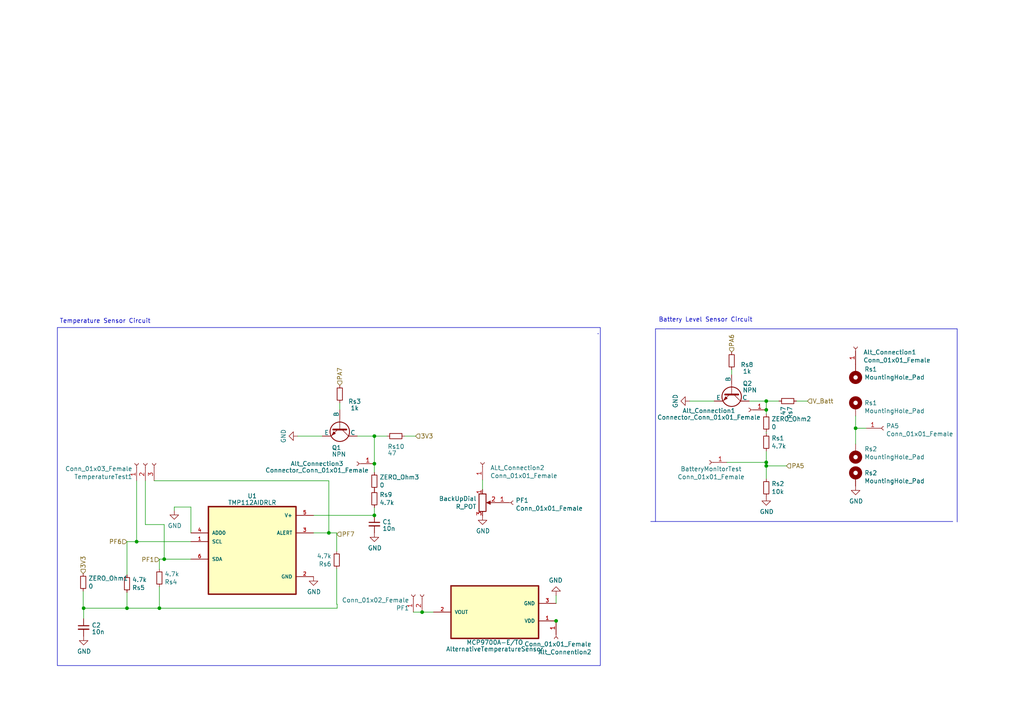
<source format=kicad_sch>
(kicad_sch (version 20230121) (generator eeschema)
  (paper "A4")
  (title_block (title "EEE3088F Sensor Subsystem ") (date "2023-03-18") (rev "V3") (company "University of Cape Town") (comment 1 "Group 11") (comment 2 "Zinzile Mabizela") (comment 3 "MBZZIN003"))
  (lib_symbols
    (symbol "Device:C_Small" (pin_numbers hide) (pin_names (offset 0.254) hide)
      (property "Reference" "C" (at 0.254 1.778 0))
      (property "Value" "C_Small" (at 0.254 -2.032 0))
      (symbol "C_Small_0_1"
        (polyline (pts (xy -1.524 -0.508) (xy 1.524 -0.508)) (stroke (width 0.3302)))
        (polyline (pts (xy -1.524 0.508) (xy 1.524 0.508)) (stroke (width 0.3048)))
      )
      (symbol "C_Small_1_1"
        (pin passive line (at 0 2.54 270) (length 2.032) (name "~") (number "1"))
        (pin passive line (at 0 -2.54 90) (length 2.032) (name "~") (number "2"))
      )
    )
    (symbol "Device:R_Small" (pin_numbers hide) (pin_names (offset 0.254) hide)
      (property "Reference" "R" (at 0.762 0.508 0))
      (property "Value" "R_Small" (at 0.762 -1.016 0))
      (symbol "R_Small_0_1"
        (rectangle (start -0.762 1.778) (end 0.762 -1.778) (stroke (width 0.2032)))
      )
      (symbol "R_Small_1_1"
        (pin passive line (at 0 2.54 270) (length 0.762) (name "~") (number "1"))
        (pin passive line (at 0 -2.54 90) (length 0.762) (name "~") (number "2"))
      )
    )
    (symbol "MCP9700A-E_TO:MCP9700A-E{slash}TO" (pin_names (offset 1.016))
      (property "Reference" "Q" (at -4.5732 6.2755 0))
      (property "Value" "MCP9700A-E{slash}TO" (at -5.2342 -12.7551 0))
      (symbol "MCP9700A-E{slash}TO_0_0"
        (rectangle (start -12.7 -10.16) (end 12.7 5.08) (stroke (width 0.4064)) (fill (type background)))
        (pin power_in line (at -17.78 0 0) (length 5.08) (name "VDD") (number "1"))
        (pin output line (at 17.78 -2.54 180) (length 5.08) (name "VOUT") (number "2"))
        (pin passive line (at -17.78 -5.08 0) (length 5.08) (name "GND") (number "3"))
      )
    )
    (symbol "Mechanical:MountingHole_Pad" (pin_numbers hide) (pin_names (offset 1.016) hide)
      (property "Reference" "H" (at 0 6.35 0))
      (property "Value" "MountingHole_Pad" (at 0 4.445 0))
      (symbol "MountingHole_Pad_0_1"
        (circle (center 0 1.27) (radius 1.27) (stroke (width 1.27)))
      )
      (symbol "MountingHole_Pad_1_1"
        (pin input line (at 0 -2.54 90) (length 2.54) (name "1") (number "1"))
      )
    )
    (symbol "Simulation_SPICE:NPN" (pin_numbers hide) (pin_names (offset 0))
      (property "Reference" "Q" (at -2.54 7.62 0))
      (property "Value" "NPN" (at -2.54 5.08 0))
      (symbol "NPN_0_1"
        (polyline (pts (xy -2.54 0) (xy 0.635 0)) (stroke (width 0.1524)))
        (polyline (pts (xy 0.635 0.635) (xy 2.54 2.54)))
        (polyline (pts (xy 2.794 -1.27) (xy 2.794 -1.27)) (stroke (width 0.1524)))
        (polyline (pts (xy 2.794 -1.27) (xy 2.794 -1.27)) (stroke (width 0.1524)))
        (polyline (pts (xy 0.635 -0.635) (xy 2.54 -2.54) (xy 2.54 -2.54)))
        (polyline (pts (xy 0.635 1.905) (xy 0.635 -1.905) (xy 0.635 -1.905)) (stroke (width 0.508)))
        (polyline (pts (xy 1.27 -1.778) (xy 1.778 -1.27) (xy 2.286 -2.286) (xy 1.27 -1.778) (xy 1.27 -1.778)) (fill (type outline)))
        (circle (center 1.27 0) (radius 2.8194) (stroke (width 0.254)))
      )
      (symbol "NPN_1_1"
        (pin open_collector line (at 2.54 5.08 270) (length 2.54) (name "C") (number "1"))
        (pin input line (at -5.08 0 0) (length 2.54) (name "B") (number "2"))
        (pin open_emitter line (at 2.54 -5.08 90) (length 2.54) (name "E") (number "3"))
      )
    )
    (symbol "TMP112AIDRLR:TMP112AIDRLR" (pin_names (offset 1.016))
      (property "Reference" "U" (at -12.7 13.7 0))
      (property "Value" "TMP112AIDRLR" (at -12.7 -16.7 0))
      (symbol "TMP112AIDRLR_0_0"
        (rectangle (start -12.7 -12.7) (end 12.7 12.7) (stroke (width 0.41)) (fill (type background)))
        (pin input line (at -17.78 2.54 0) (length 5.08) (name "SCL") (number "1"))
        (pin power_in line (at 17.78 -7.62 180) (length 5.08) (name "GND") (number "2"))
        (pin output line (at 17.78 5.08 180) (length 5.08) (name "ALERT") (number "3"))
        (pin input line (at -17.78 5.08 0) (length 5.08) (name "ADD0") (number "4"))
        (pin power_in line (at 17.78 10.16 180) (length 5.08) (name "V+") (number "5"))
        (pin bidirectional line (at -17.78 -2.54 0) (length 5.08) (name "SDA") (number "6"))
      )
    )
    (symbol "power:GND" (power) (pin_names (offset 0))
      (property "Value" "GND" (at 0 -3.81 0))
      (symbol "GND_0_1"
        (polyline (pts (xy 0 0) (xy 0 -1.27) (xy 1.27 -1.27) (xy 0 -2.54) (xy -1.27 -1.27) (xy 0 -1.27)))
      )
      (symbol "GND_1_1"
        (pin power_in line (at 0 0 270) (length 0) hide (name "GND") (number "1"))
      )
    )
    (symbol "sensor_circuits-rescue:Conn_01x01_Female-Connector" (pin_names (offset 1.016) hide)
      (property "Reference" "J" (at 0 2.54 0))
      (property "Value" "Connector_Conn_01x01_Female" (at 0 -2.54 0))
      (symbol "Conn_01x01_Female-Connector_1_1"
        (polyline (pts (xy -1.27 0) (xy -0.508 0)) (stroke (width 0.1524)))
        (arc (start 0 0.508) (mid -0.5058 0) (end 0 -0.508) (stroke (width 0.1524)))
        (pin passive line (at -5.08 0 0) (length 3.81) (name "Pin_1") (number "1"))
      )
    )
    (symbol "sensor_circuits-rescue:Conn_01x02_Female-Connector" (pin_names (offset 1.016) hide)
      (property "Reference" "J" (at 0 2.54 0))
      (property "Value" "Connector_Conn_01x02_Female" (at 0 -5.08 0))
      (symbol "Conn_01x02_Female-Connector_1_1"
        (arc (start 0 -2.032) (mid -0.5058 -2.54) (end 0 -3.048) (stroke (width 0.1524)))
        (polyline (pts (xy -1.27 -2.54) (xy -0.508 -2.54)) (stroke (width 0.1524)))
        (polyline (pts (xy -1.27 0) (xy -0.508 0)) (stroke (width 0.1524)))
        (arc (start 0 0.508) (mid -0.5058 0) (end 0 -0.508) (stroke (width 0.1524)))
        (pin passive line (at -5.08 0 0) (length 3.81) (name "Pin_1") (number "1"))
        (pin passive line (at -5.08 -2.54 0) (length 3.81) (name "Pin_2") (number "2"))
      )
    )
    (symbol "sensor_circuits-rescue:Conn_01x03_Female-Connector" (pin_names (offset 1.016) hide)
      (property "Reference" "J" (at 0 5.08 0))
      (property "Value" "Connector_Conn_01x03_Female" (at 0 -5.08 0))
      (symbol "Conn_01x03_Female-Connector_1_1"
        (arc (start 0 -2.032) (mid -0.5058 -2.54) (end 0 -3.048) (stroke (width 0.1524)))
        (polyline (pts (xy -1.27 -2.54) (xy -0.508 -2.54)) (stroke (width 0.1524)))
        (polyline (pts (xy -1.27 0) (xy -0.508 0)) (stroke (width 0.1524)))
        (polyline (pts (xy -1.27 2.54) (xy -0.508 2.54)) (stroke (width 0.1524)))
        (arc (start 0 0.508) (mid -0.5058 0) (end 0 -0.508) (stroke (width 0.1524)))
        (arc (start 0 3.048) (mid -0.5058 2.54) (end 0 2.032) (stroke (width 0.1524)))
        (pin passive line (at -5.08 2.54 0) (length 3.81) (name "Pin_1") (number "1"))
        (pin passive line (at -5.08 0 0) (length 3.81) (name "Pin_2") (number "2"))
        (pin passive line (at -5.08 -2.54 0) (length 3.81) (name "Pin_3") (number "3"))
      )
    )
    (symbol "sensor_circuits-rescue:R_POT-Device" (pin_names (offset 1.016) hide)
      (property "Reference" "RV" (at -4.445 0 90))
      (property "Value" "Device_R_POT" (at -2.54 0 90))
      (symbol "R_POT-Device_0_1"
        (polyline (pts (xy 2.54 0) (xy 1.524 0)))
        (polyline (pts (xy 1.143 0) (xy 2.286 0.508) (xy 2.286 -0.508) (xy 1.143 0)) (fill (type outline)))
        (rectangle (start 1.016 2.54) (end -1.016 -2.54) (stroke (width 0.254)))
      )
      (symbol "R_POT-Device_1_1"
        (pin passive line (at 0 3.81 270) (length 1.27) (name "1") (number "1"))
        (pin passive line (at 3.81 0 180) (length 1.27) (name "2") (number "2"))
        (pin passive line (at 0 -3.81 90) (length 1.27) (name "3") (number "3"))
      )
    )
  )
  (junction (at 46.228 176.403))
  (junction (at 36.83 176.403))
  (junction (at 24.257 176.403))
  (junction (at 222.25 116.332))
  (junction (at 108.585 134.493))
  (junction (at 248.158 124.206))
  (junction (at 161.29 180.086))
  (junction (at 95.377 154.559))
  (junction (at 222.25 134.112))
  (junction (at 222.25 135.128))
  (junction (at 108.585 126.492))
  (junction (at 122.428 177.546))
  (junction (at 222.25 118.872))
  (junction (at 39.624 157.099))
  (junction (at 47.625 162.179))
  (junction (at 108.585 149.479))
  (wire (pts (xy 97.663 175.26) (xy 97.663 164.973)))
  (wire (pts (xy 120.523 126.492) (xy 117.348 126.492)))
  (wire (pts (xy 212.217 107.188) (xy 212.217 108.712)))
  (wire (pts (xy 108.585 147.193) (xy 108.585 149.479)))
  (wire (pts (xy 97.663 154.559) (xy 95.377 154.559)))
  (wire (pts (xy 39.624 157.099) (xy 55.372 157.099)))
  (wire (pts (xy 46.228 162.179) (xy 47.625 162.179)))
  (polyline (pts (xy 193.167 95.377) (xy 277.622 95.377)))
  (wire (pts (xy 234.188 116.332) (xy 231.013 116.332)))
  (wire (pts (xy 210.82 134.112) (xy 222.25 134.112)))
  (wire (pts (xy 222.25 118.872) (xy 222.25 120.142)))
  (polyline (pts (xy 190.119 151.257) (xy 190.119 95.377)))
  (polyline (pts (xy 277.622 95.377) (xy 277.622 151.384)))
  (wire (pts (xy 42.164 152.146) (xy 47.625 152.146)))
  (wire (pts (xy 248.158 124.206) (xy 248.158 128.778)))
  (wire (pts (xy 44.704 139.446) (xy 95.377 139.446)))
  (wire (pts (xy 161.29 180.086) (xy 161.544 180.086)))
  (wire (pts (xy 46.228 165.1) (xy 46.228 162.179)))
  (wire (pts (xy 36.83 171.831) (xy 36.83 176.403)))
  (wire (pts (xy 97.79 175.26) (xy 97.79 176.403)))
  (wire (pts (xy 24.257 176.403) (xy 24.257 179.451)))
  (wire (pts (xy 47.625 162.179) (xy 55.372 162.179)))
  (wire (pts (xy 46.228 170.18) (xy 46.228 176.403)))
  (wire (pts (xy 108.585 137.033) (xy 108.585 134.493)))
  (polyline (pts (xy 193.04 95.377) (xy 190.119 95.377)))
  (wire (pts (xy 139.954 139.192) (xy 139.954 141.986)))
  (wire (pts (xy 119.888 177.546) (xy 122.428 177.546)))
  (wire (pts (xy 55.372 147.066) (xy 55.372 154.559)))
  (wire (pts (xy 103.632 126.492) (xy 108.585 126.492)))
  (wire (pts (xy 222.25 130.81) (xy 222.25 134.112)))
  (wire (pts (xy 97.663 159.893) (xy 97.663 154.559)))
  (wire (pts (xy 50.546 147.066) (xy 55.372 147.066)))
  (wire (pts (xy 24.13 171.45) (xy 24.13 176.403)))
  (wire (pts (xy 108.585 149.479) (xy 108.585 149.606)))
  (wire (pts (xy 24.13 176.403) (xy 24.257 176.403)))
  (wire (pts (xy 90.932 149.479) (xy 108.585 149.479)))
  (wire (pts (xy 217.297 116.332) (xy 222.25 116.332)))
  (wire (pts (xy 95.377 154.559) (xy 90.932 154.559)))
  (wire (pts (xy 36.83 176.403) (xy 46.228 176.403)))
  (wire (pts (xy 248.158 120.65) (xy 248.158 124.206)))
  (wire (pts (xy 47.625 152.146) (xy 47.625 162.179)))
  (wire (pts (xy 207.137 116.332) (xy 200.025 116.332)))
  (wire (pts (xy 228.092 135.128) (xy 222.25 135.128)))
  (wire (pts (xy 222.25 134.112) (xy 222.25 135.128)))
  (wire (pts (xy 24.257 176.403) (xy 36.83 176.403)))
  (wire (pts (xy 95.377 139.446) (xy 95.377 154.559)))
  (wire (pts (xy 222.25 116.332) (xy 225.933 116.332)))
  (wire (pts (xy 97.79 175.26) (xy 97.663 175.26)))
  (wire (pts (xy 108.585 126.492) (xy 112.268 126.492)))
  (wire (pts (xy 222.25 116.332) (xy 222.25 118.872)))
  (wire (pts (xy 161.29 172.72) (xy 161.29 175.006)))
  (wire (pts (xy 46.228 176.403) (xy 97.79 176.403)))
  (wire (pts (xy 39.624 139.446) (xy 39.624 157.099)))
  (wire (pts (xy 222.25 135.128) (xy 222.25 138.938)))
  (wire (pts (xy 93.472 126.492) (xy 86.36 126.492)))
  (wire (pts (xy 42.164 139.446) (xy 42.164 152.146)))
  (wire (pts (xy 36.83 157.099) (xy 39.624 157.099)))
  (wire (pts (xy 125.73 177.546) (xy 122.428 177.546)))
  (polyline (pts (xy 173.355 96.774) (xy 173.609 96.774)))
  (wire (pts (xy 50.546 148.082) (xy 50.546 147.066)))
  (wire (pts (xy 108.585 134.493) (xy 108.585 126.492)))
  (wire (pts (xy 251.206 124.206) (xy 248.158 124.206)))
  (wire (pts (xy 98.552 116.84) (xy 98.552 118.872)))
  (wire (pts (xy 222.25 125.222) (xy 222.25 125.73)))
  (wire (pts (xy 161.29 180.086) (xy 161.29 180.213)))
  (polyline (pts (xy 276.352 151.257) (xy 188.722 151.257)))
  (wire (pts (xy 36.83 166.751) (xy 36.83 157.099)))
  (rectangle (start 16.637 94.996) (end 174.117 193.04))
  (text "Temperature Sensor Circuit" (at 17.272 93.98 0) (effects (font (size 1.27 1.27)) (justify left bottom)))
  (text "Battery Level Sensor Circuit" (at 191.008 93.599 0) (effects (font (size 1.27 1.27)) (justify left bottom)))
  (hierarchical_label "3V3" (shape input) (at 120.523 126.492 0))
  (hierarchical_label "PA5" (shape input) (at 228.092 135.128 0))
  (hierarchical_label "PA6" (shape input) (at 212.217 102.108 90))
  (hierarchical_label "V_Batt" (shape input) (at 234.188 116.332 0))
  (hierarchical_label "PF1" (shape input) (at 46.228 162.306 180))
  (hierarchical_label "PF6" (shape input) (at 36.83 157.099 180))
  (hierarchical_label "3V3" (shape input) (at 24.13 166.37 90))
  (hierarchical_label "PA7" (shape input) (at 98.552 111.76 90))
  (hierarchical_label "PF7" (shape input) (at 97.663 154.94 0))
  (symbol (lib_id "Device:R_Small") (at 212.217 104.648 0) (unit 1)
    (property "Reference" "Rs8" (at 216.662 105.791 0))
    (property "Value" "1k" (at 216.662 107.712 0))
    (property "Footprint" "Resistor_SMD:R_0805_2012Metric_Pad1.20x1.40mm_HandSolder" (effects hide))
    (instances (project "sensor_circuits" (path "" (reference "Rs8") (unit 1))) (project "Assignment 3" (path "" (reference "Rs7") (unit 1))))
  )
  (symbol (lib_id "sensor_circuits-rescue:Conn_01x01_Female-Connector") (at 248.158 100.584 90) (unit 1)
    (property "Reference" "Alt_Connection1" (at 250.3932 102.1588 90) (effects (justify right)))
    (property "Value" "Conn_01x01_Female" (at 250.3932 104.4702 90) (effects (justify right)))
    (instances (project "sensor_circuits" (path "" (reference "Alt_Connection1") (unit 1))) (project "Assignment 3" (path "" (reference "Alt_Connection4") (unit 1))))
  )
  (symbol (lib_id "Simulation_SPICE:NPN") (at 98.552 123.952 270) (unit 1)
    (property "Reference" "Q1" (at 96.2279 129.8488 90) (effects (justify left)))
    (property "Value" "NPN" (at 96.2279 131.7698 90) (effects (justify left)))
    (property "Sim.Device" "NPN" (effects hide))
    (property "Sim.Type" "GUMMELPOON" (effects hide))
    (property "Sim.Pins" "1=C 2=B 3=E" (effects hide))
  )
  (symbol (lib_id "power:GND") (at 200.025 116.332 270) (unit 1)
    (property "Reference" "#PWR02" (effects hide))
    (property "Value" "GND" (at 195.8895 116.332 0))
    (instances (project "sensor_circuits" (path "" (reference "#PWR02") (unit 1))) (project "Assignment 3" (path "" (reference "#PWR08") (unit 1))))
  )
  (symbol (lib_id "Device:R_Small") (at 108.585 139.573 0) (unit 1)
    (property "Reference" "ZERO_Ohm3" (at 110.0836 138.4046 0) (effects (justify left)))
    (property "Value" "0 " (at 110.0836 140.716 0) (effects (justify left)))
    (property "Footprint" "Resistor_SMD:R_0805_2012Metric_Pad1.20x1.40mm_HandSolder" (effects hide))
    (instances (project "sensor_circuits" (path "" (reference "ZERO_Ohm3") (unit 1))) (project "Assignment 3" (path "" (reference "ZERO_Ohm2") (unit 1))))
  )
  (symbol (lib_id "Device:R_Small") (at 228.473 116.332 270) (unit 1)
    (property "Reference" "Rs7" (at 229.1167 117.8306 0) (effects (justify left)))
    (property "Value" "47" (at 227.1957 117.8306 0) (effects (justify left)))
    (property "Footprint" "Resistor_SMD:R_0805_2012Metric_Pad1.20x1.40mm_HandSolder" (effects hide))
    (instances (project "sensor_circuits" (path "" (reference "Rs7") (unit 1))) (project "Assignment 3" (path "" (reference "Rs10") (unit 1))))
  )
  (symbol (lib_id "power:GND") (at 86.36 126.492 270) (unit 1)
    (property "Reference" "#PWR01" (effects hide))
    (property "Value" "GND" (at 82.2245 126.492 0))
    (instances (project "sensor_circuits" (path "" (reference "#PWR01") (unit 1))) (project "Assignment 3" (path "" (reference "#PWR03") (unit 1))))
  )
  (symbol (lib_id "Device:C_Small") (at 24.257 181.991 0) (unit 1)
    (property "Reference" "C2" (at 26.5811 181.3536 0) (effects (justify left)))
    (property "Value" "10n" (at 26.5811 183.2746 0) (effects (justify left)))
    (instances (project "sensor_circuits" (path "" (reference "C2") (unit 1))) (project "Assignment 3" (path "" (reference "C1") (unit 1))))
  )
  (symbol (lib_id "power:GND") (at 248.158 140.97 0) (unit 1)
    (property "Reference" "#PWR?" (effects hide))
    (property "Value" "GND" (at 248.285 145.3642 0))
    (instances (project "sensor_circuits" (path "" (reference "#PWR?") (unit 1))) (project "Assignment 3" (path "" (reference "#PWR010") (unit 1))))
  )
  (symbol (lib_id "power:GND") (at 161.29 172.72 180) (unit 1)
    (property "Reference" "#PWR?" (effects hide))
    (property "Value" "GND" (at 161.163 168.3258 0))
    (instances (project "sensor_circuits" (path "" (reference "#PWR?") (unit 1))) (project "Assignment 3" (path "" (reference "#PWR07") (unit 1))))
  )
  (symbol (lib_id "power:GND") (at 50.546 148.082 0) (unit 1)
    (property "Reference" "#PWR06" (effects hide))
    (property "Value" "GND" (at 50.673 152.4762 0))
    (instances (project "sensor_circuits" (path "" (reference "#PWR06") (unit 1))) (project "Assignment 3" (path "" (reference "#PWR02") (unit 1))))
  )
  (symbol (lib_id "power:GND") (at 24.257 184.531 0) (unit 1)
    (property "Reference" "#PWR03" (effects hide))
    (property "Value" "GND" (at 24.384 188.9252 0))
    (instances (project "sensor_circuits" (path "" (reference "#PWR03") (unit 1))) (project "Assignment 3" (path "" (reference "#PWR01") (unit 1))))
  )
  (symbol (lib_id "Device:R_Small") (at 24.13 168.91 0) (unit 1)
    (property "Reference" "ZERO_Ohm1" (at 25.6286 167.7416 0) (effects (justify left)))
    (property "Value" "0 " (at 25.6286 170.053 0) (effects (justify left)))
    (property "Footprint" "Resistor_SMD:R_0805_2012Metric_Pad1.20x1.40mm_HandSolder" (effects hide))
  )
  (symbol (lib_id "Device:R_Small") (at 98.552 114.3 0) (unit 1)
    (property "Reference" "Rs3" (at 102.87 116.443 0))
    (property "Value" "1k" (at 102.87 118.364 0))
    (property "Footprint" "Resistor_SMD:R_0805_2012Metric_Pad1.20x1.40mm_HandSolder" (effects hide))
    (instances (project "sensor_circuits" (path "" (reference "Rs3") (unit 1))) (project "Assignment 3" (path "" (reference "Rs4") (unit 1))))
  )
  (symbol (lib_id "Device:R_Small") (at 108.585 144.653 0) (unit 1)
    (property "Reference" "Rs9" (at 110.0836 143.4846 0) (effects (justify left)))
    (property "Value" "4.7k" (at 110.0836 145.796 0) (effects (justify left)))
    (property "Footprint" "Resistor_SMD:R_0805_2012Metric_Pad1.20x1.40mm_HandSolder" (effects hide))
    (instances (project "sensor_circuits" (path "" (reference "Rs9") (unit 1))) (project "Assignment 3" (path "" (reference "Rs5") (unit 1))))
  )
  (symbol (lib_id "Device:R_Small") (at 97.663 162.433 180) (unit 1)
    (property "Reference" "Rs6" (at 96.1644 163.6014 0) (effects (justify left)))
    (property "Value" "4.7k" (at 96.1644 161.29 0) (effects (justify left)))
    (property "Footprint" "Resistor_SMD:R_0805_2012Metric_Pad1.20x1.40mm_HandSolder" (effects hide))
    (instances (project "sensor_circuits" (path "" (reference "Rs6") (unit 1))) (project "Assignment 3" (path "" (reference "Rs3") (unit 1))))
  )
  (symbol (lib_id "Device:R_Small") (at 114.808 126.492 270) (unit 1)
    (property "Reference" "Rs10" (at 112.395 129.524 90) (effects (justify left)))
    (property "Value" "47" (at 112.395 131.445 90) (effects (justify left)))
    (property "Footprint" "Resistor_SMD:R_0805_2012Metric_Pad1.20x1.40mm_HandSolder" (effects hide))
    (instances (project "sensor_circuits" (path "" (reference "Rs10") (unit 1))) (project "Assignment 3" (path "" (reference "Rs6") (unit 1))))
  )
  (symbol (lib_id "sensor_circuits-rescue:Conn_01x01_Female-Connector") (at 139.954 134.112 90) (unit 1)
    (property "Reference" "ALt_Connection2" (at 142.1892 135.6868 90) (effects (justify right)))
    (property "Value" "Conn_01x01_Female" (at 142.1892 137.9982 90) (effects (justify right)))
  )
  (symbol (lib_id "TMP112AIDRLR:TMP112AIDRLR") (at 73.152 159.639 0) (unit 1)
    (property "Reference" "U1" (at 73.152 143.8511 0))
    (property "Value" "TMP112AIDRLR" (at 73.152 145.7721 0))
    (property "Footprint" "TMP112AIDRLR (1):SOT50P160X60-6N" (effects hide))
  )
  (symbol (lib_id "power:GND") (at 108.585 154.559 0) (unit 1)
    (property "Reference" "#PWR04" (effects hide))
    (property "Value" "GND" (at 108.712 158.9532 0))
    (instances (project "sensor_circuits" (path "" (reference "#PWR04") (unit 1))) (project "Assignment 3" (path "" (reference "#PWR05") (unit 1))))
  )
  (symbol (lib_id "sensor_circuits-rescue:Conn_01x01_Female-Connector") (at 205.74 134.112 180) (unit 1)
    (property "Reference" "BatteryMonitorTest" (at 206.248 136.017 0))
    (property "Value" "Conn_01x01_Female" (at 206.248 138.3284 0))
    (instances (project "sensor_circuits" (path "" (reference "BatteryMonitorTest") (unit 1))) (project "Assignment 3" (path "" (reference "BatteryMonitorTest1") (unit 1))))
  )
  (symbol (lib_id "sensor_circuits-rescue:Conn_01x02_Female-Connector") (at 119.888 172.466 90) (unit 1)
    (property "Reference" "PF1" (at 118.6688 176.3776 90) (effects (justify left)))
    (property "Value" "Conn_01x02_Female" (at 118.6688 174.0662 90) (effects (justify left)))
  )
  (symbol (lib_id "sensor_circuits-rescue:Conn_01x01_Female-Connector") (at 103.505 134.493 180) (unit 1)
    (property "Reference" "Alt_Connection3" (at 91.948 134.477 0))
    (property "Value" "Connector_Conn_01x01_Female" (at 91.948 136.398 0))
    (instances (project "sensor_circuits" (path "" (reference "Alt_Connection3") (unit 1))) (project "Assignment 3" (path "" (reference "Alt_Connection1") (unit 1))))
  )
  (symbol (lib_id "Mechanical:MountingHole_Pad") (at 248.158 131.318 180) (unit 1)
    (property "Reference" "Rs2" (at 250.698 130.2258 0) (effects (justify right)))
    (property "Value" "MountingHole_Pad" (at 250.698 132.5372 0) (effects (justify right)))
    (instances (project "sensor_circuits" (path "" (reference "Rs2") (unit 1))) (project "Assignment 3" (path "" (reference "Rs13") (unit 1))))
  )
  (symbol (lib_id "Mechanical:MountingHole_Pad") (at 248.158 138.43 0) (unit 1)
    (property "Reference" "Rs2" (at 250.698 137.1854 0) (effects (justify left)))
    (property "Value" "MountingHole_Pad" (at 250.698 139.4968 0) (effects (justify left)))
    (instances (project "sensor_circuits" (path "" (reference "Rs2") (unit 1))) (project "Assignment 3" (path "" (reference "Rs14") (unit 1))))
  )
  (symbol (lib_id "Device:R_Small") (at 222.25 122.682 0) (unit 1)
    (property "Reference" "ZERO_Ohm2" (at 223.7486 121.5136 0) (effects (justify left)))
    (property "Value" "0 " (at 223.7486 123.825 0) (effects (justify left)))
    (property "Footprint" "Resistor_SMD:R_0805_2012Metric_Pad1.20x1.40mm_HandSolder" (effects hide))
    (instances (project "sensor_circuits" (path "" (reference "ZERO_Ohm2") (unit 1))) (project "Assignment 3" (path "" (reference "ZERO_Ohm3") (unit 1))))
  )
  (symbol (lib_id "Mechanical:MountingHole_Pad") (at 248.158 108.204 180) (unit 1)
    (property "Reference" "Rs1" (at 250.698 107.1118 0) (effects (justify right)))
    (property "Value" "MountingHole_Pad" (at 250.698 109.4232 0) (effects (justify right)))
    (instances (project "sensor_circuits" (path "" (reference "Rs1") (unit 1))) (project "Assignment 3" (path "" (reference "Rs11") (unit 1))))
  )
  (symbol (lib_id "sensor_circuits-rescue:Conn_01x03_Female-Connector") (at 42.164 134.366 90) (unit 1)
    (property "Reference" "TemperatureTest1" (at 38.4048 138.2776 90) (effects (justify left)))
    (property "Value" "Conn_01x03_Female" (at 38.4048 135.9662 90) (effects (justify left)))
  )
  (symbol (lib_id "Device:R_Small") (at 222.25 141.478 0) (unit 1)
    (property "Reference" "Rs2" (at 223.7486 140.3096 0) (effects (justify left)))
    (property "Value" "10k" (at 223.7486 142.621 0) (effects (justify left)))
    (property "Footprint" "Resistor_SMD:R_0805_2012Metric_Pad1.20x1.40mm_HandSolder" (effects hide))
    (instances (project "sensor_circuits" (path "" (reference "Rs2") (unit 1))) (project "Assignment 3" (path "" (reference "Rs9") (unit 1))))
  )
  (symbol (lib_id "Device:C_Small") (at 108.585 152.019 0) (unit 1)
    (property "Reference" "C1" (at 110.9091 151.3816 0) (effects (justify left)))
    (property "Value" "10n" (at 110.9091 153.3026 0) (effects (justify left)))
    (instances (project "sensor_circuits" (path "" (reference "C1") (unit 1))) (project "Assignment 3" (path "" (reference "C2") (unit 1))))
  )
  (symbol (lib_id "power:GND") (at 139.954 149.606 0) (unit 1)
    (property "Reference" "#PWR?" (effects hide))
    (property "Value" "GND" (at 140.081 154.0002 0))
    (instances (project "sensor_circuits" (path "" (reference "#PWR?") (unit 1))) (project "Assignment 3" (path "" (reference "#PWR06") (unit 1))))
  )
  (symbol (lib_id "sensor_circuits-rescue:Conn_01x01_Female-Connector") (at 148.844 145.796 0) (unit 1)
    (property "Reference" "PF1" (at 149.5552 145.1356 0) (effects (justify left)))
    (property "Value" "Conn_01x01_Female" (at 149.5552 147.447 0) (effects (justify left)))
    (instances (project "sensor_circuits" (path "" (reference "PF1") (unit 1))) (project "Assignment 3" (path "" (reference "PF2") (unit 1))))
  )
  (symbol (lib_id "Device:R_Small") (at 222.25 128.27 0) (unit 1)
    (property "Reference" "Rs1" (at 223.7486 127.1016 0) (effects (justify left)))
    (property "Value" "4.7k" (at 223.7486 129.413 0) (effects (justify left)))
    (property "Footprint" "Resistor_SMD:R_0805_2012Metric_Pad1.20x1.40mm_HandSolder" (effects hide))
    (instances (project "sensor_circuits" (path "" (reference "Rs1") (unit 1))) (project "Assignment 3" (path "" (reference "Rs8") (unit 1))))
  )
  (symbol (lib_id "Device:R_Small") (at 36.83 169.291 0) (mirror x) (unit 1)
    (property "Reference" "Rs5" (at 38.3286 170.4594 0) (effects (justify left)))
    (property "Value" "4.7k" (at 38.3286 168.148 0) (effects (justify left)))
    (property "Footprint" "Resistor_SMD:R_0805_2012Metric_Pad1.20x1.40mm_HandSolder" (effects hide))
    (instances (project "sensor_circuits" (path "" (reference "Rs5") (unit 1))) (project "Assignment 3" (path "" (reference "Rs1") (unit 1))))
  )
  (symbol (lib_id "Simulation_SPICE:NPN") (at 212.217 113.792 270) (unit 1)
    (property "Reference" "Q2" (at 215.392 111.236 90) (effects (justify left)))
    (property "Value" "NPN" (at 215.392 113.157 90) (effects (justify left)))
    (property "Sim.Device" "NPN" (effects hide))
    (property "Sim.Type" "GUMMELPOON" (effects hide))
    (property "Sim.Pins" "1=C 2=B 3=E" (effects hide))
  )
  (symbol (lib_id "power:GND") (at 90.932 167.259 0) (unit 1)
    (property "Reference" "#PWR05" (effects hide))
    (property "Value" "GND" (at 91.059 171.6532 0))
    (instances (project "sensor_circuits" (path "" (reference "#PWR05") (unit 1))) (project "Assignment 3" (path "" (reference "#PWR04") (unit 1))))
  )
  (symbol (lib_id "Mechanical:MountingHole_Pad") (at 248.158 118.11 0) (unit 1)
    (property "Reference" "Rs1" (at 250.698 116.8654 0) (effects (justify left)))
    (property "Value" "MountingHole_Pad" (at 250.698 119.1768 0) (effects (justify left)))
    (instances (project "sensor_circuits" (path "" (reference "Rs1") (unit 1))) (project "Assignment 3" (path "" (reference "Rs12") (unit 1))))
  )
  (symbol (lib_id "sensor_circuits-rescue:Conn_01x01_Female-Connector") (at 256.286 124.206 0) (unit 1)
    (property "Reference" "PA5" (at 256.9972 123.5456 0) (effects (justify left)))
    (property "Value" "Conn_01x01_Female" (at 256.9972 125.857 0) (effects (justify left)))
    (instances (project "sensor_circuits" (path "" (reference "PA5") (unit 1))) (project "Assignment 3" (path "" (reference "PA1") (unit 1))))
  )
  (symbol (lib_id "sensor_circuits-rescue:Conn_01x01_Female-Connector") (at 217.17 118.872 180) (unit 1)
    (property "Reference" "Alt_Connection1" (at 205.613 119.126 0))
    (property "Value" "Connector_Conn_01x01_Female" (at 205.613 121.047 0))
    (instances (project "sensor_circuits" (path "" (reference "Alt_Connection1") (unit 1))) (project "Assignment 3" (path "" (reference "Alt_Connection3") (unit 1))))
  )
  (symbol (lib_id "MCP9700A-E_TO:MCP9700A-E{slash}TO") (at 143.51 180.086 180) (unit 1)
    (property "Reference" "AlternativeTemperatureSensor" (at 143.51 188.2521 0))
    (property "Value" "MCP9700A-E/TO" (at 143.51 186.3311 0))
    (property "Footprint" "MCP9700A-E_TO (1):TO127P254X533-3" (effects hide))
    (property "OC_FARNELL" "1332164" (effects hide))
    (property "MPN" "MCP9700A-E/TO" (effects hide))
    (property "PACKAGE" "TO-92-3" (effects hide))
    (property "OC_NEWARK" "17M0676" (effects hide))
    (property "SUPPLIER" "Microchip" (effects hide))
    (instances (project "sensor_circuits" (path "" (reference "AlternativeTemperatureSensor") (unit 1))) (project "Assignment 3" (path "" (reference "AlternativeTemperatureSensor1") (unit 1))))
  )
  (symbol (lib_id "power:GND") (at 222.25 144.018 0) (unit 1)
    (property "Reference" "#PWR?" (effects hide))
    (property "Value" "GND" (at 222.377 148.4122 0))
    (instances (project "sensor_circuits" (path "" (reference "#PWR?") (unit 1))) (project "Assignment 3" (path "" (reference "#PWR09") (unit 1))))
  )
  (symbol (lib_id "sensor_circuits-rescue:Conn_01x01_Female-Connector") (at 161.29 185.293 270) (unit 1)
    (property "Reference" "Alt_Connention2" (at 171.577 189.1284 90) (effects (justify right)))
    (property "Value" "Conn_01x01_Female" (at 171.577 186.817 90) (effects (justify right)))
    (instances (project "sensor_circuits" (path "" (reference "Alt_Connention2") (unit 1))) (project "Assignment 3" (path "" (reference "Alt_Connention1") (unit 1))))
  )
  (symbol (lib_id "sensor_circuits-rescue:R_POT-Device") (at 139.954 145.796 0) (unit 1)
    (property "Reference" "BackUpDial" (at 138.2014 144.6276 0) (effects (justify right)))
    (property "Value" "R_POT" (at 138.2014 146.939 0) (effects (justify right)))
    (instances (project "sensor_circuits" (path "" (reference "BackUpDial") (unit 1))) (project "Assignment 3" (path "" (reference "BackUpDial1") (unit 1))))
  )
  (symbol (lib_id "Device:R_Small") (at 46.228 167.64 0) (mirror x) (unit 1)
    (property "Reference" "Rs4" (at 47.7266 168.8084 0) (effects (justify left)))
    (property "Value" "4.7k" (at 47.7266 166.497 0) (effects (justify left)))
    (property "Footprint" "Resistor_SMD:R_0805_2012Metric_Pad1.20x1.40mm_HandSolder" (effects hide))
    (instances (project "sensor_circuits" (path "" (reference "Rs4") (unit 1))) (project "Assignment 3" (path "" (reference "Rs2") (unit 1))))
  )
)
</source>
